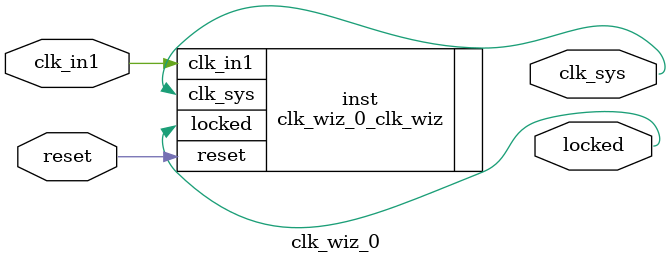
<source format=v>


`timescale 1ps/1ps

(* CORE_GENERATION_INFO = "clk_wiz_0,clk_wiz_v6_0_10_0_0,{component_name=clk_wiz_0,use_phase_alignment=true,use_min_o_jitter=false,use_max_i_jitter=false,use_dyn_phase_shift=false,use_inclk_switchover=false,use_dyn_reconfig=false,enable_axi=0,feedback_source=FDBK_AUTO,PRIMITIVE=MMCM,num_out_clk=1,clkin1_period=10.000,clkin2_period=10.000,use_power_down=false,use_reset=true,use_locked=true,use_inclk_stopped=false,feedback_type=SINGLE,CLOCK_MGR_TYPE=NA,manual_override=false}" *)

module clk_wiz_0 
 (
  // Clock out ports
  output        clk_sys,
  // Status and control signals
  input         reset,
  output        locked,
 // Clock in ports
  input         clk_in1
 );

  clk_wiz_0_clk_wiz inst
  (
  // Clock out ports  
  .clk_sys(clk_sys),
  // Status and control signals               
  .reset(reset), 
  .locked(locked),
 // Clock in ports
  .clk_in1(clk_in1)
  );

endmodule

</source>
